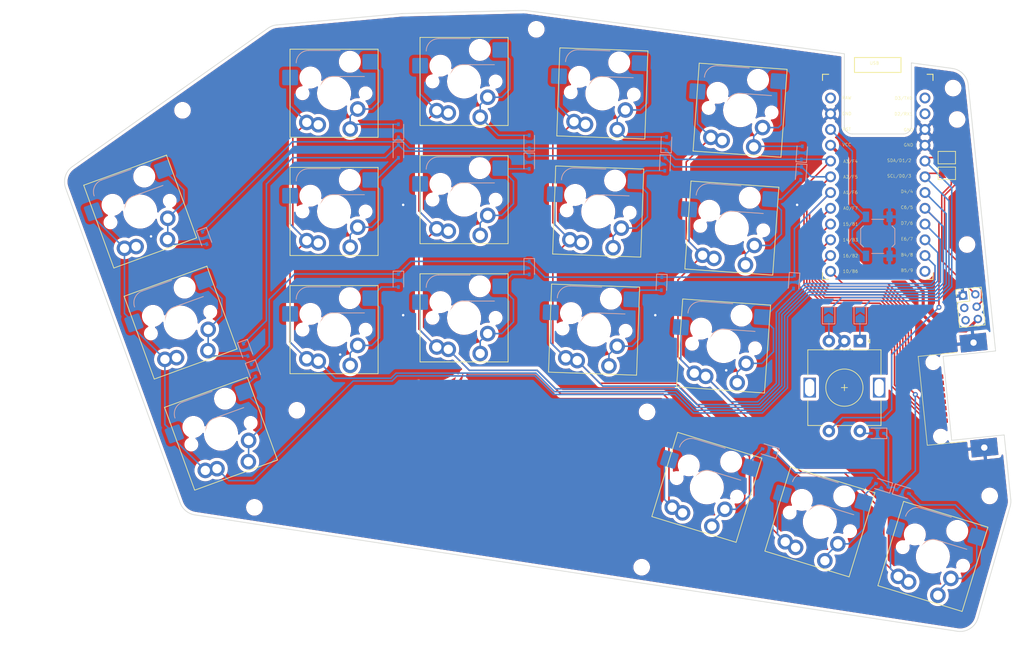
<source format=kicad_pcb>
(kicad_pcb (version 20221018) (generator pcbnew)
  (title_block (title "SEPOR-LEFT") (rev "v1.0.0") (company "Unknown"))
  (layers (0 "F.Cu" signal) (31 "B.Cu" signal) (34 "B.Paste" user) (35 "F.Paste" user) (36 "B.SilkS" user "B.Silkscreen") (37 "F.SilkS" user "F.Silkscreen") (38 "B.Mask" user) (39 "F.Mask" user) (44 "Edge.Cuts" user))
  (net 0 "")
  (net 1 "GND")
  (net 2 "row0")
  (net 3 "Net-(D1-Pad2)")
  (net 4 "Net-(D2-Pad2)")
  (net 5 "Net-(D3-Pad2)")
  (net 6 "Net-(D4-Pad2)")
  (net 7 "Net-(D5-Pad2)")
  (net 8 "row1")
  (net 9 "Net-(D6-Pad2)")
  (net 10 "Net-(D7-Pad2)")
  (net 11 "Net-(D8-Pad2)")
  (net 12 "Net-(D9-Pad2)")
  (net 13 "Net-(D10-Pad2)")
  (net 14 "row2")
  (net 15 "Net-(D11-Pad2)")
  (net 16 "Net-(D12-Pad2)")
  (net 17 "Net-(D13-Pad2)")
  (net 18 "Net-(D14-Pad2)")
  (net 19 "Net-(D15-Pad2)")
  (net 20 "row3")
  (net 21 "Net-(D16-Pad2)")
  (net 22 "VCC")
  (net 23 "Net-(D17-Pad2)")
  (net 24 "Net-(D18-Pad2)")
  (net 25 "ENC-A")
  (net 26 "ENC-B")
  (net 27 "col4")
  (net 28 "col5")
  (net 29 "col6")
  (net 30 "col7")
  (net 31 "col8")
  (net 32 "reset")
  (net 33 "col0")
  (net 34 "col1")
  (net 35 "col2")
  (net 36 "col3")
  (net 38 "Net-(D19-Pad2)")
  (net 42 "Net-(E19-PadA)")
  (net 43 "Net-(E19-PadB)")
  (net 44 "Net-(J2-Pad2)")
  (net 46 "Net-(J2-Pad4)")
  (footprint "MountingHole:MountingHole_2.2mm_M2" (layer "F.Cu") (at 307.599979 181.743447)
    (fp_text reference "H6" hide)
    (fp_text value "MountingHole")
  )
  (footprint "Rotary_Encoder:RotaryEncoder_Alps_EC11E-Switch_Vertical_H20mm" (layer "F.Cu") (at 286.685451 156.786618 -90)
    (fp_text reference "E19" hide)
    (fp_text value "RotaryEncoder_Switch")
  )
  (footprint "MountingHole:MountingHole_2.2mm_M2" (layer "F.Cu") (at 195.93 167.94)
    (fp_text reference "H9" hide)
    (fp_text value "MountingHole")
  )
  (footprint "SEPOR-footprints:SEPOR-LOGO" (layer "F.Cu") (at 218.145451 175.466618)
    (fp_text reference "G***" hide)
    (fp_text value "LOGO" hide)
  )
  (footprint "Connector_PinHeader_2.00mm:PinHeader_2x03_P2.00mm_Vertical" (layer "F.Cu") (at 303.30681 149.448959 5.85)
    (fp_text reference "J2" hide)
    (fp_text value "Conn_01x06_Male")
  )
  (footprint "SEPR34-footprints:SEPOR-MX-KS27-HOTSWAP-1U" (layer "F.Cu") (at 222.885 114.935)
    (fp_text reference "S3" hide)
    (fp_text value "SWITCH")
  )
  (footprint "Jumper:SolderJumper-2_P1.3mm_Open_TrianglePad1.0x1.5mm" (layer "F.Cu") (at 300.695451 127.206618 180)
    (fp_text reference "JP2" hide)
    (fp_text value "SolderJumper_2_Open")
  )
  (footprint "MountingHole:MountingHole_2.2mm_M2" (layer "F.Cu") (at 303.952047 141.22231)
    (fp_text reference "H5" hide)
    (fp_text value "MountingHole")
  )
  (footprint "SEPR34-footprints:SEPOR-MX-KS27-HOTSWAP-1U" (layer "F.Cu") (at 177.190885 153.808009 20)
    (fp_text reference "S6" hide)
    (fp_text value "SWITCH")
  )
  (footprint "SEPR34-footprints:SEPOR-MX-KS27-HOTSWAP-1U" (layer "F.Cu") (at 222.885 133.985)
    (fp_text reference "S8" hide)
    (fp_text value "SWITCH")
  )
  (footprint "SEPOR-footprints:SEPOR-RJ45-SOCKET" (layer "F.Cu") (at 303.884657 165.691749 95.85)
    (fp_text reference "J1" hide)
    (fp_text value "8P8C")
    (fp_line (start -9.8 5.39) (end -6.8 5.39) (stroke (width 0.1)) (layer "Edge.Cuts"))
    (fp_line (start -6.8 -3.11) (end -6.8 5.39) (stroke (width 0.1)) (layer "Edge.Cuts"))
    (fp_line (start -6.8 -3.11) (end 6.8 -3.11) (stroke (width 0.1)) (layer "Edge.Cuts"))
    (fp_line (start 6.8 -3.11) (end 6.8 5.39) (stroke (width 0.1)) (layer "Edge.Cuts"))
    (fp_line (start 6.8 5.39) (end 9.8 5.39) (stroke (width 0.1)) (layer "Edge.Cuts"))
  )
  (footprint "MountingHole:MountingHole_2.2mm_M2" (layer "F.Cu") (at 234.523622 106.535377)
    (fp_text reference "H2" hide)
    (fp_text value "MountingHole")
  )
  (footprint "MountingHole:MountingHole_2.2mm_M2" (layer "F.Cu") (at 189.092324 183.583137)
    (fp_text reference "H10" hide)
    (fp_text value "MountingHole")
  )
  (footprint "SEPR34-footprints:SEPOR-MX-KS27-HOTSWAP-1U" (layer "F.Cu") (at 201.93 154.94)
    (fp_text reference "S12" hide)
    (fp_text value "SWITCH")
  )
  (footprint "SEPR34-footprints:SEPOR-MX-KS27-HOTSWAP-1U" (layer "F.Cu") (at 266.044613 138.571564 -4)
    (fp_text reference "S10" hide)
    (fp_text value "SWITCH")
  )
  (footprint "SEPR34-footprints:SEPOR-MX-KS27-HOTSWAP-1U" (layer "F.Cu") (at 201.93 135.89)
    (fp_text reference "S7" hide)
    (fp_text value "SWITCH")
  )
  (footprint "MountingHole:MountingHole_2.2mm_M2" (layer "F.Cu") (at 252.382569 168.196207)
    (fp_text reference "H8" hide)
    (fp_text value "MountingHole")
  )
  (footprint "SEPR34-footprints:SEPOR-MX-KS27-HOTSWAP-1U" (layer "F.Cu") (at 280.231715 185.924431 -17)
    (fp_text reference "S17" hide)
    (fp_text value "SWITCH")
  )
  (footprint "SEPR34-footprints:SEPOR-MX-KS27-HOTSWAP-1U" (layer "F.Cu") (at 262.01411 180.35475 -17)
    (fp_text reference "S16" hide)
    (fp_text value "SWITCH")
  )
  (footprint "SEPR34-footprints:SEPOR-MX-KS27-HOTSWAP-1U" (layer "F.Cu") (at 244.504836 135.901605 -2)
    (fp_text reference "S9" hide)
    (fp_text value "SWITCH")
  )
  (footprint "SEPR34-footprints:SEPOR-MX-KS27-HOTSWAP-1U" (layer "F.Cu") (at 183.706369 171.709153 20)
    (fp_text reference "S11" hide)
    (fp_text value "SWITCH")
  )
  (footprint "SEPR34-footprints:ProMicro" (layer "F.Cu") (at 289.56 132.08)
    (fp_text reference "U1" hide)
    (fp_text value "ProMicro")
  )
  (footprint "SEPR34-footprints:SEPOR-MX-KS27-HOTSWAP-1U" (layer "F.Cu") (at 267.373473 119.567969 -4)
    (fp_text reference "S5" hide)
    (fp_text value "SWITCH")
  )
  (footprint "SEPR34-footprints:SEPOR-MX-KS27-HOTSWAP-1U" (layer "F.Cu") (at 201.93 116.84)
    (fp_text reference "S2" hide)
    (fp_text value "SWITCH")
  )
  (footprint "Jumper:SolderJumper-2_P1.3mm_Open_TrianglePad1.0x1.5mm" (layer "F.Cu") (at 300.695451 129.746618 180)
    (fp_text reference "JP1" hide)
    (fp_text value "SolderJumper_2_Open")
  )
  (footprint "SEPR34-footprints:SEPOR-MX-KS27-HOTSWAP-1U" (layer "F.Cu") (at 243.84 154.94 -2)
    (fp_text reference "S14" hide)
    (fp_text value "SWITCH")
  )
  (footprint "MountingHole:MountingHole_2.2mm_M2" (layer "F.Cu") (at 302.354484 121.061759)
    (fp_text reference "H4" hide)
    (fp_text value "MountingHole")
  )
  (footprint "MountingHole:MountingHole_2.2mm_M2" (layer "F.Cu") (at 251.508337 193.230947)
    (fp_text reference "H7" hide)
    (fp_text value "MountingHole")
  )
  (footprint "SEPR34-footprints:SEPOR-MX-KS27-HOTSWAP-1U" (layer "F.Cu") (at 222.885 153.035)
    (fp_text reference "S13" hide)
    (fp_text value "SWITCH")
  )
  (footprint "SEPR34-footprints:SEPOR-MX-KS27-HOTSWAP-1U" (layer "F.Cu") (at 245.169671 116.86321 -2)
    (fp_text reference "S4" hide)
    (fp_text value "SWITCH")
  )
  (footprint "SEPR34-footprints:SEPOR-MX-KS27-HOTSWAP-1U" (layer "F.Cu") (at 264.715752 157.575159 -4)
    (fp_text reference "S15" hide)
    (fp_text value "SWITCH")
  )
  (footprint "SEPR34-footprints:SEPOR-MX-KS27-HOTSWAP-1U" (layer "F.Cu") (at 170.675401 135.906864 20)
    (fp_text reference "S1" hide)
    (fp_text value "SWITCH")
  )
  (footprint "MountingHole:MountingHole_2.2mm_M2" (layer "F.Cu") (at 177.505451 119.586618)
    (fp_text reference "H1" hide)
    (fp_text value "MountingHole")
  )
  (footprint "MountingHole:MountingHole_2.2mm_M2" (layer "F.Cu") (at 301.705702 116.004183)
    (fp_text reference "H3" hide)
    (fp_text value "MountingHole")
  )
  (footprint "SEPR34-footprints:SEPOR-MX-KS27-HOTSWAP-1U" (layer "F.Cu") (at 298.449321 191.494111 -17)
    (fp_text reference "S18" hide)
    (fp_text value "SWITCH")
  )
  (footprint "Diode_SMD:D_SOD-323" (layer "B.Cu") (at 212.303451 126.190618 -90)
    (fp_text reference "D7" hide)
    (fp_text value "1N4148")
  )
  (footprint "Diode_SMD:D_SOD-323" (layer "B.Cu") (at 271.993451 174.450618 163)
    (fp_text reference "D16" hide)
    (fp_text value "1N4148")
  )
  (footprint "Jumper:SolderJumper-2_P1.3mm_Open_TrianglePad1.0x1.5mm" (layer "B.Cu") (at 281.645451 152.606618 90)
    (fp_text reference "JP4" hide)
    (fp_text value "SolderJumper_2_Open")
  )
  (footprint "Diode_SMD:D_SOD-323" (layer "B.Cu") (at 254.721451 147.526618 -92)
    (fp_text reference "D14" hide)
    (fp_text value "1N4148")
  )
  (footprint "Diode_SMD:D_SOD-323" (layer "B.Cu") (at 181.061451 140.160618 -70)
    (fp_text reference "D1" hide)
    (fp_text value "1N4148")
  )
  (footprint "Diode_SMD:D_SOD-323" (layer "B.Cu") (at 290.281451 180.038618 163)
    (fp_text reference "D17" hide)
    (fp_text value "1N4148")
  )
  (footprint "Diode_SMD:D_SOD-323" (layer "B.Cu") (at 212.303451 122.888618 90)
    (fp_text reference "D2" hide)
    (fp_text value "1N4148")
  )
  (footprint "Diode_SMD:D_SOD-323" (layer "B.Cu") (at 293.583451 181.054618 -17)
    (fp_text reference "D18" hide)
    (fp_text value "1N4148")
  )
  (footprint "Jumper:SolderJumper-2_P1.3mm_Open_TrianglePad1.0x1.5mm" (layer "B.Cu") (at 286.725451 152.606618 90)
    (fp_text reference "JP3" hide)
    (fp_text value "SolderJumper_2_Open")
  )
  (footprint "Diode_SMD:D_SOD-323" (layer "B.Cu") (at 255.483451 124.920618 88)
    (fp_text reference "D4" hide)
    (fp_text value "1N4148")
  )
  (footprint "Diode_SMD:D_SOD-323" (layer "B.Cu") (at 276.057451 147.272618 -94)
    (fp_text reference "D15" hide)
    (fp_text value "1N4148")
  )
  (footprint "Button_Switch_SMD:SW_SPST_TL3342" (layer "B.Cu") (at 289.56 139.906618 -90)
    (fp_text reference "RESET1" hide)
    (fp_text value "RESET" hide)
  )
  (footprint "Diode_SMD:D_SOD-323" (layer "B.Cu") (at 212.303451 147.018618 -90)
    (fp_text reference "D12" hide)
    (fp_text value "1N4148")
  )
  (footprint "Diode_SMD:D_SOD-323" (layer "B.Cu") (at 233.385451 144.986618 -90)
    (fp_text reference "D13" hide)
    (fp_text value "1N4148")
  )
  (footprint "Diode_SMD:D_SOD-323" (layer "B.Cu") (at 255.27 128.27 -92)
    (fp_text reference "D9" hide)
    (fp_text value "1N4148")
  )
  (footprint "Diode_SMD:D_SOD-323" (layer "B.Cu") (at 188.935451 161.496618 -70)
    (fp_text reference "D11" hide)
    (fp_text value "1N4148")
  )
  (footprint "Diode_SMD:D_SOD-323" (layer "B.Cu") (at 277.327451 126.444618 86)
    (fp_text reference "D5" hide)
    (fp_text value "1N4148")
  )
  (footprint "Diode_SMD:D_SOD-323" (layer "B.Cu") (at 187.665451 158.194618 -70)
    (fp_text reference "D6" hide)
    (fp_text value "1N4148")
  )
  (footprint "Diode_SMD:D_SOD-323" (layer "B.Cu") (at 233.385451 127.968618 -90)
    (fp_text reference "D8" hide)
    (fp_text value "1N4148")
  )
  (footprint "Diode_SMD:D_SOD-323" (layer "B.Cu") (at 289.519451 171.656618 180)
    (fp_text reference "D19" hide)
    (fp_text value "1N4148")
  )
  (footprint "Diode_SMD:D_SOD-323" (layer "B.Cu") (at 277.200451 129.746618 -94)
    (fp_text reference "D10" hide)
    (fp_text value "1N4148")
  )
  (footprint "Diode_SMD:D_SOD-323" (layer "B.Cu") (at 233.385451 124.666618 90)
    (fp_text reference "D3" hide)
    (fp_text value "1N4148")
  )
  (gr_line (start 284.185451 122.126618) (end 284.185451 110.472) (stroke (width 0.1)) (layer "Edge.Cuts"))
  (gr_arc (start 285.455451 123.396618) (mid 284.557425 123.024644) (end 284.185451 122.126618) (stroke (width 0.1)) (layer "Edge.Cuts"))
  (gr_line (start 294.980451 111.938) (end 301.570618 112.833181) (stroke (width 0.1)) (layer "Edge.Cuts"))
  (gr_arc (start 305.722543 201.418417) (mid 304.457181 203.11467) (end 302.38703 203.553863) (stroke (width 0.1)) (layer "Edge.Cuts"))
  (gr_line (start 304.151101 115.499642) (end 308.247727 155.393413) (stroke (width 0.1)) (layer "Edge.Cuts"))
  (gr_line (start 311.004869 182.291831) (end 310.245446 174.891339) (stroke (width 0.1)) (layer "Edge.Cuts"))
  (gr_arc (start 179.487768 184.794639) (mid 178.038806 184.149086) (end 177.121365 182.855048) (stroke (width 0.1)) (layer "Edge.Cuts"))
  (gr_line (start 192.732718 105.817026) (end 212.788687 103.993756) (stroke (width 0.1)) (layer "Edge.Cuts"))
  (gr_arc (start 212.788688 103.993756) (mid 212.885092 103.986553) (end 212.981678 103.982466) (stroke (width 0.1)) (layer "Edge.Cuts"))
  (gr_line (start 310.903378 183.428268) (end 305.722543 201.418417) (stroke (width 0.1)) (layer "Edge.Cuts"))
  (gr_arc (start 191.271945 106.355449) (mid 191.96677 105.989756) (end 192.732718 105.817026) (stroke (width 0.1)) (layer "Edge.Cuts"))
  (gr_arc (start 311.004869 182.291831) (mid 311.008587 182.864913) (end 310.903378 183.428268) (stroke (width 0.1)) (layer "Edge.Cuts"))
  (gr_line (start 294.980451 122.126618) (end 294.980451 111.938) (stroke (width 0.1)) (layer "Edge.Cuts"))
  (gr_line (start 232.869709 103.500033) (end 284.185451 110.472) (stroke (width 0.1)) (layer "Edge.Cuts"))
  (gr_arc (start 158.658835 132.129662) (mid 158.614864 130.208354) (end 159.745533 128.654345) (stroke (width 0.1)) (layer "Edge.Cuts"))
  (gr_line (start 285.455451 123.396618) (end 293.710451 123.396618) (stroke (width 0.1)) (layer "Edge.Cuts"))
  (gr_arc (start 232.387246 103.473757) (mid 232.629005 103.477206) (end 232.869709 103.500033) (stroke (width 0.1)) (layer "Edge.Cuts"))
  (gr_line (start 302.38703 203.553863) (end 179.487769 184.794639) (stroke (width 0.1)) (layer "Edge.Cuts"))
  (gr_line (start 212.981678 103.982466) (end 232.387246 103.473757) (stroke (width 0.1)) (layer "Edge.Cuts"))
  (gr_line (start 159.745533 128.654345) (end 191.271945 106.355449) (stroke (width 0.1)) (layer "Edge.Cuts"))
  (gr_line (start 177.121365 182.855048) (end 158.658835 132.129663) (stroke (width 0.1)) (layer "Edge.Cuts"))
  (gr_arc (start 294.980451 122.126618) (mid 294.608467 123.024615) (end 293.710451 123.396618) (stroke (width 0.1)) (layer "Edge.Cuts"))
  (gr_arc (start 301.570618 112.833181) (mid 303.322532 113.719625) (end 304.151101 115.499642) (stroke (width 0.1)) (layer "Edge.Cuts"))
  (via (at 202.905451 158.956618) (size 0.8) (drill 0.4) (layers "F.Cu" "B.Cu") (net 1))
  (via (at 253.705451 152.606618) (size 0.8) (drill 0.4) (layers "F.Cu" "B.Cu") (net 1))
  (via (at 213.065451 134.826618) (size 0.8) (drill 0.4) (layers "F.Cu" "B.Cu") (net 1))
  (via (at 276.565451 134.826618) (size 0.8) (drill 0.4) (layers "F.Cu" "B.Cu") (net 1))
  (via (at 213.065451 152.606618) (size 0.8) (drill 0.4) (layers "F.Cu" "B.Cu") (net 1))
  (via (at 265.135451 161.496618) (size 0.8) (drill 0.4) (layers "F.Cu" "B.Cu") (net 1))
  (via (at 172.425451 139.906618) (size 0.8) (drill 0.4) (layers "F.Cu" "B.Cu") (net 1))
  (segment (start 280.637911 150.676618) (end 289.875451 150.676618) (width 0.25) (layer "F.Cu") (net 2))
  (segment (start 297.511741 169.743606) (end 299.364098 169.743606) (width 0.25) (layer "F.Cu") (net 2))
  (segment (start 291.805451 164.037316) (end 297.511741 169.743606) (width 0.25) (layer "F.Cu") (net 2))
  (segment (start 291.805451 152.606618) (end 291.805451 164.037316) (width 0.25) (layer "F.Cu") (net 2))
  (segment (start 289.875451 150.676618) (end 291.805451 152.606618) (width 0.25) (layer "F.Cu") (net 2))
  (segment (start 277.675451 132.037949) (end 277.675451 147.714158) (width 0.25) (layer "F.Cu") (net 2))
  (segment (start 277.675451 147.714158) (end 280.637911 150.676618) (width 0.25) (layer "F.Cu") (net 2))
  (segment (start 281.9514 127.762) (end 277.675451 132.037949) (width 0.25) (layer "F.Cu") (net 2))
  (segment (start 214.081451 125.716618) (end 233.385451 125.716618) (width 0.25) (layer "B.Cu") (net 2))
  (segment (start 256.968889 127.49206) (end 277.254207 127.49206) (width 0.25) (layer "B.Cu") (net 2))
  (segment (start 255.446807 125.969978) (end 256.968889 127.49206) (width 0.25) (layer "B.Cu") (net 2))
  (segment (start 211.575451 124.666618) (end 212.303451 123.938618) (width 0.25) (layer "B.Cu") (net 2))
  (segment (start 277.254207 127.49206) (end 281.68146 127.49206) (width 0.25) (layer "B.Cu") (net 2))
  (segment (start 255.193447 125.716618) (end 255.446807 125.969978) (width 0.25) (layer "B.Cu") (net 2))
  (segment (start 281.68146 127.49206) (end 281.9514 127.762) (width 0.25) (layer "B.Cu") (net 2))
  (segment (start 195.209653 124.666618) (end 211.575451 124.666618) (width 0.25) (layer "B.Cu") (net 2))
  (segment (start 180.70233 139.173941) (end 195.209653 124.666618) (width 0.25) (layer "B.Cu") (net 2))
  (segment (start 233.385451 125.716618) (end 255.193447 125.716618) (width 0.25) (layer "B.Cu") (net 2))
  (segment (start 212.303451 123.938618) (end 214.081451 125.716618) (width 0.25) (layer "B.Cu") (net 2))
  (segment (start 175.124361 140.381701) (end 175.085218 140.420844) (width 0.25) (layer "B.Cu") (net 3))
  (segment (start 175.124361 136.990587) (end 175.124361 140.381701) (width 0.25) (layer "B.Cu") (net 3))
  (segment (start 175.840992 141.176618) (end 175.085218 140.420844) (width 0.25) (layer "B.Cu") (net 3))
  (segment (start 177.734575 132.442096) (end 174.427623 129.135144) (width 0.25) (layer "B.Cu") (net 3))
  (segment (start 175.124361 136.990587) (end 177.734575 134.380373) (width 0.25) (layer "B.Cu") (net 3))
  (segment (start 181.420572 141.147295) (end 181.391249 141.176618) (width 0.25) (layer "B.Cu") (net 3))
  (segment (start 181.391249 141.176618) (end 175.840992 141.176618) (width 0.25) (layer "B.Cu") (net 3))
  (segment (start 177.734575 134.380373) (end 177.734575 132.442096) (width 0.25) (layer "B.Cu") (net 3))
  (segment (start 205.652069 119.38) (end 204.53 120.502069) (width 0.25) (layer "B.Cu") (net 4))
  (segment (start 204.53 120.502069) (end 204.53 122.59) (width 0.25) (layer "B.Cu") (net 4))
  (segment (start 205.74 119.38) (end 208.005536 119.38) (width 0.25) (layer "B.Cu") (net 4))
  (segment (start 209.255451 113.243451) (end 207.772 111.76) (width 0.25) (layer "B.Cu") (net 4))
  (segment (start 205.74 119.38) (end 205.652069 119.38) (width 0.25) (layer "B.Cu") (net 4))
  (segment (start 208.005536 119.38) (end 209.255451 118.130085) (width 0.25) (layer "B.Cu") (net 4))
  (segment (start 205.281382 121.838618) (end 204.53 122.59) (width 0.25) (layer "B.Cu") (net 4))
  (segment (start 209.255451 118.130085) (end 209.255451 113.243451) (width 0.25) (layer "B.Cu") (net 4))
  (segment (start 212.303451 121.838618) (end 205.281382 121.838618) (width 0.25) (layer "B.Cu") (net 4))
  (segment (start 225.485 118.685) (end 225.485 120.685) (width 0.25) (layer "B.Cu") (net 5))
  (segment (start 225.485 120.685) (end 228.416618 123.616618) (width 0.25) (layer "B.Cu") (net 5))
  (segment (start 228.960536 117.475) (end 230.250535 116.185001) (width 0.25) (layer "B.Cu") (net 5))
  (segment (start 226.695 117.475) (end 228.960536 117.475) (width 0.25) (layer "B.Cu") (net 5))
  (segment (start 230.250535 111.378535) (end 228.727 109.855) (width 0.25) (layer "B.Cu") (net 5))
  (segment (start 226.695 117.475) (end 225.485 118.685) (width 0.25) (layer "B.Cu") (net 5))
  (segment (start 228.416618 123.616618) (end 233.385451 123.616618) (width 0.25) (layer "B.Cu") (net 5))
  (segment (start 230.250535 116.185001) (end 230.250535 111.378535) (width 0.25) (layer "B.Cu") (net 5))
  (segment (start 248.738227 123.871258) (end 247.567415 122.700446) (width 0.25) (layer "B.Cu") (net 6))
  (segment (start 248.888705 119.53463) (end 247.567415 120.85592) (width 0.25) (layer "B.Cu") (net 6))
  (segment (start 255.520095 123.871258) (end 248.738227 123.871258) (width 0.25) (layer "B.Cu") (net 6))
  (segment (start 247.567415 120.85592) (end 247.567415 122.700446) (width 0.25) (layer "B.Cu") (net 6))
  (segment (start 248.888705 119.53463) (end 251.287981 119.53463) (width 0.25) (layer "B.Cu") (net 6))
  (segment (start 251.287981 119.53463) (end 252.435451 118.38716) (width 0.25) (layer "B.Cu") (net 6))
  (segment (start 252.435451 113.240236) (end 251.185402 111.990187) (width 0.25) (layer "B.Cu") (net 6))
  (segment (start 252.435451 118.38716) (end 252.435451 113.240236) (width 0.25) (layer "B.Cu") (net 6))
  (segment (start 270.997011 122.367554) (end 269.56604 123.798525) (width 0.25) (layer "B.Cu") (net 7))
  (segment (start 274.025451 121.873515) (end 274.025451 115.377707) (width 0.25) (layer "B.Cu") (net 7))
  (segment (start 274.025451 115.377707) (end 273.555605 114.907861) (width 0.25) (layer "B.Cu") (net 7))
  (segment (start 270.997011 122.367554) (end 273.531412 122.367554) (width 0.25) (layer "B.Cu") (net 7))
  (segment (start 269.56604 125.485329) (end 269.654193 125.397176) (width 0.25) (layer "B.Cu") (net 7))
  (segment (start 269.56604 123.798525) (end 269.56604 125.485329) (width 0.25) (layer "B.Cu") (net 7))
  (segment (start 273.531412 122.367554) (end 274.025451 121.873515) (width 0.25) (layer "B.Cu") (net 7))
  (segment (start 269.654193 125.397176) (end 277.400695 125.397176) (width 0.25) (layer "B.Cu") (net 7))
  (segment (start 278.125451 134.127949) (end 278.125451 147.527762) (width 0.25) (layer "F.Cu") (net 8))
  (segment (start 278.125451 147.527762) (end 280.824307 150.226618) (width 0.25) (layer "F.Cu") (net 8))
  (segment (start 281.9514 130.302) (end 278.125451 134.127949) (width 0.25) (layer "F.Cu") (net 8))
  (segment (start 290.061847 150.226618) (end 292.255451 152.420222) (width 0.25) (layer "F.Cu") (net 8))
  (segment (start 297.133449 168.728918) (end 299.260135 168.728918) (width 0.25) (layer "F.Cu") (net 8))
  (segment (start 292.255451 163.85092) (end 297.133449 168.728918) (width 0.25) (layer "F.Cu") (net 8))
  (segment (start 280.824307 150.226618) (end 290.061847 150.226618) (width 0.25) (layer "F.Cu") (net 8))
  (segment (start 292.255451 152.420222) (end 292.255451 163.85092) (width 0.25) (layer "F.Cu") (net 8))
  (segment (start 277.273695 128.699176) (end 278.876519 130.302) (width 0.25) (layer "B.Cu") (net 8))
  (segment (start 191.025451 131.466618) (end 195.272069 127.22) (width 0.25) (layer "B.Cu") (net 8))
  (segment (start 195.272069 127.22) (end 210.224069 127.22) (width 0.25) (layer "B.Cu") (net 8))
  (segment (start 210.224069 127.22) (end 212.303451 125.140618) (width 0.25) (layer "B.Cu") (net 8))
  (segment (start 278.876519 130.302) (end 281.9514 130.302) (width 0.25) (layer "B.Cu") (net 8))
  (segment (start 233.385451 126.918618) (end 255.004622 126.918618) (width 0.25) (layer "B.Cu") (net 8))
  (segment (start 212.303451 125.140618) (end 213.329451 126.166618) (width 0.25) (layer "B.Cu") (net 8))
  (segment (start 255.004622 126.918618) (end 255.306644 127.22064) (width 0.25) (layer "B.Cu") (net 8))
  (segment (start 232.633451 126.166618) (end 233.385451 126.918618) (width 0.25) (layer "B.Cu") (net 8))
  (segment (start 191.025451 153.48882) (end 191.025451 131.466618) (width 0.25) (layer "B.Cu") (net 8))
  (segment (start 255.306644 127.22064) (end 256.78518 128.699176) (width 0.25) (layer "B.Cu") (net 8))
  (segment (start 213.329451 126.166618) (end 232.633451 126.166618) (width 0.25) (layer "B.Cu") (net 8))
  (segment (start 187.30633 157.207941) (end 191.025451 153.48882) (width 0.25) (layer "B.Cu") (net 8))
  (segment (start 256.78518 128.699176) (end 277.273695 128.699176) (width 0.25) (layer "B.Cu") (net 8))
  (segment (start 183.855451 149.948633) (end 180.943107 147.036289) (width 0.25) (layer "B.Cu") (net 9))
  (segment (start 181.639845 154.891732) (end 181.639845 158.282846) (width 0.25) (layer "B.Cu") (net 9))
  (segment (start 181.600702 158.321989) (end 182.460008 159.181295) (width 0.25) (layer "B.Cu") (net 9))
  (segment (start 181.639845 158.282846) (end 181.600702 158.321989) (width 0.25) (layer "B.Cu") (net 9))
  (segment (start 182.460008 159.181295) (end 188.024572 159.181295) (width 0.25) (layer "B.Cu") (net 9))
  (segment (start 183.855451 152.676126) (end 183.855451 149.948633) (width 0.25) (layer "B.Cu") (net 9))
  (segment (start 181.639845 154.891732) (end 183.855451 152.676126) (width 0.25) (layer "B.Cu") (net 9))
  (segment (start 205.74 138.43) (end 204.53 139.64) (width 0.25) (layer "B.Cu") (net 10))
  (segment (start 208.734069 130.81) (end 212.337451 127.206618) (width 0.25) (layer "B.Cu") (net 10))
  (segment (start 207.772 130.81) (end 208.734069 130.81) (width 0.25) (layer "B.Cu") (net 10))
  (segment (start 208.005536 138.43) (end 209.255451 137.180085) (width 0.25) (layer "B.Cu") (net 10))
  (segment (start 209.255451 132.293451) (end 207.772 130.81) (width 0.25) (layer "B.Cu") (net 10))
  (segment (start 204.53 139.64) (end 204.53 141.64) (width 0.25) (layer "B.Cu") (net 10))
  (segment (start 209.255451 137.180085) (end 209.255451 132.293451) (width 0.25) (layer "B.Cu") (net 10))
  (segment (start 205.74 138.43) (end 208.005536 138.43) (width 0.25) (layer "B.Cu") (net 10))
  (segment (start 228.727 128.905) (end 228.840618 129.018618) (width 0.25) (layer "B.Cu") (net 11))
  (segment (start 225.485 137.735) (end 225.485 139.735) (width 0.25) (layer "B.Cu") (net 11))
  (segment (start 228.960536 136.525) (end 230.845451 134.640085) (width 0.25) (layer "B.Cu") (net 11))
  (segment (start 228.840618 129.018618) (end 233.385451 129.018618) (width 0.25) (layer "B.Cu") (net 11))
  (segment (start 226.695 136.525) (end 225.485 137.735) (width 0.25) (layer "B.Cu") (net 11))
  (segment (start 226.695 136.525) (end 228.960536 136.525) (width 0.25) (layer "B.Cu") (net 11))
  (segment (start 230.845451 131.023451) (end 228.727 128.905) (width 0.25) (layer "B.Cu") (net 11))
  (segment (start 230.845451 134.640085) (end 230.845451 131.023451) (width 0.25) (layer "B.Cu") (net 11))
  (segment (start 252.435451 132.943466) (end 250.520567 131.028582) (width 0.25) (layer "B.Cu") (net 12))
  (segment (start 252.229789 129.31936) (end 255.233356 129.31936) (width 0.25) (layer "B.Cu") (net 12))
  (segment (start 250.623146 138.573025) (end 252.435451 136.76072) (width 0.25) (layer "B.Cu") (net 12))
  (segment (start 246.90258 139.894315) (end 246.90258 141.738841) (width 0.25) (layer "B.Cu") (net 12))
  (segment (start 248.22387 138.573025) (end 250.623146 138.573025) (width 0.25) (layer "B.Cu") (net 12))
  (segment (start 250.520567 131.028582) (end 252.229789 129.31936) (width 0.25) (layer "B.Cu") (net 12))
  (segment (start 248.22387 138.573025) (end 246.90258 139.894315) (width 0.25) (layer "B.Cu") (net 12))
  (segment (start 252.435451 136.76072) (end 252.435451 132.943466) (width 0.25) (layer "B.Cu") (net 12))
  (segment (start 274.025451 139.54825) (end 274.025451 135.710162) (width 0.25) (layer "B.Cu") (net 13))
  (segment (start 272.202552 141.371149) (end 274.025451 139.54825) (width 0.25) (layer "B.Cu") (net 13))
  (segment (start 277.127207 130.79406) (end 274.009811 133.911456) (width 0.25) (layer "B.Cu") (net 13))
  (segment (start 274.025451 135.710162) (end 272.226745 133.911456) (width 0.25) (layer "B.Cu") (net 13))
  (segment (start 269.668151 141.371149) (end 268.23718 142.80212) (width 0.25) (layer "B.Cu") (net 13))
  (segment (start 269.668151 141.371149) (end 272.202552 141.371149) (width 0.25) (layer "B.Cu") (net 13))
  (segment (start 268.23718 142.80212) (end 268.23718 144.488924) (width 0.25) (layer "B.Cu") (net 13))
  (segment (start 274.009811 133.911456) (end 272.226745 133.911456) (width 0.25) (layer "B.Cu") (net 13))
  (segment (start 278.575451 136.217949) (end 278.575451 147.341366) (width 0.25) (layer "F.Cu") (net 14))
  (segment (start 290.248243 149.776618) (end 292.705451 152.233826) (width 0.25) (layer "F.Cu") (net 14))
  (segment (start 281.010703 149.776618) (end 290.248243 149.776618) (width 0.25) (layer "F.Cu") (net 14))
  (segment (start 292.705451 152.233826) (end 292.705451 163.664524) (width 0.25) (layer "F.Cu") (net 14))
  (segment (start 296.755157 167.71423) (end 299.156172 167.71423) (width 0.25) (layer "F.Cu") (net 14))
  (segment (start 278.575451 147.341366) (end 281.010703 149.776618) (width 0.25) (layer "F.Cu") (net 14))
  (segment (start 281.9514 132.842) (end 278.575451 136.217949) (width 0.25) (layer "F.Cu") (net 14))
  (segment (start 292.705451 163.664524) (end 296.755157 167.71423) (width 0.25) (layer "F.Cu") (net 14))
  (segment (start 254.758095 146.477258) (end 275.878613 146.477258) (width 0.25) (layer "B.Cu") (net 14))
  (segment (start 235.926091 146.477258) (end 254.758095 146.477258) (width 0.25) (layer "B.Cu") (net 14))
  (segment (start 212.303451 145.968618) (end 214.335451 143.936618) (width 0.25) (layer "B.Cu") (net 14))
  (segment (start 276.130695 146.225176) (end 276.130695 138.662705) (width 0.25) (layer "B.Cu") (net 14))
  (segment (start 191.475451 150.066618) (end 195.573451 145.968618) (width 0.25) (layer "B.Cu") (net 14))
  (segment (start 195.573451 145.968618) (end 212.303451 145.968618) (width 0.25) (layer "B.Cu") (net 14))
  (segment (start 188.57633 160.509941) (end 191.475451 157.61082) (width 0.25) (layer "B.Cu") (net 14))
  (segment (start 233.385451 143.936618) (end 235.926091 146.477258) (width 0.25) (layer "B.Cu") (net 14))
  (segment (start 276.130695 138.662705) (end 281.9514 132.842) (width 0.25) (layer "B.Cu") (net 14))
  (segment (start 275.878613 146.477258) (end 276.130695 146.225176) (width 0.25) (layer "B.Cu") (net 14))
  (segment (start 191.475451 157.61082) (end 191.475451 150.066618) (width 0.25) (layer "B.Cu") (net 14))
  (segment (start 214.335451 143.936618) (end 233.385451 143.936618) (width 0.25) (layer "B.Cu") (net 14))
  (segment (start 188.155329 172.792876) (end 188.155329 176.18399) (width 0.25) (layer "B.Cu") (net 15))
  (segment (start 187.458591 164.937433) (end 187.458591 164.319276) (width 0.25) (layer "B.Cu") (net 15))
  (segment (start 188.155329 176.18399) (end 188.116186 176.223133) (width 0.25) (layer "B.Cu") (net 15))
  (segment (start 187.458591 164.319276) (end 189.294572 162.483295) (width 0.25) (layer "B.Cu") (net 15))
  (segment (start 188.155329 172.792876) (end 190.205451 170.742754) (width 0.25) (layer "B.Cu") (net 15))
  (segment (start 190.205451 170.742754) (end 190.205451 167.684293) (width 0.25) (layer "B.Cu") (net 15))
  (segment (start 190.205451 167.684293) (end 187.458591 164.937433) (width 0.25) (layer "B.Cu") (net 15))
  (segment (start 209.563382 148.068618) (end 212.303451 148.068618) (width 0.25) (layer "B.Cu") (net 16))
  (segment (start 205.74 157.48) (end 204.53 158.69) (width 0.25) (layer "B.Cu") (net 16))
  (segment (start 204.53 158.69) (end 204.53 160.69) (width 0.25) (layer "B.Cu") (net 16))
  (segment (start 209.255451 151.343451) (end 207.772 149.86) (width 0.25) (layer "B.Cu") (net 16))
  (segment (start 205.74 157.48) (end 208.005536 157.48) (width 0.25) (layer "B.Cu") (net 16))
  (segment (start 207.772 149.86) (end 209.563382 148.068618) (width 0.25) (layer "B.Cu") (net 16))
  (segment (start 209.255451 156.230085) (end 209.255451 151.343451) (width 0.25) (layer "B.Cu") (net 16))
  (segment (start 208.005536 157.48) (end 209.255451 156.230085) (width 0.25) (layer "B.Cu") (net 16))
  (segment (start 226.695 155.575) (end 228.960536 155.575) (width 0.25) (layer "B.Cu") (net 17))
  (segment (start 225.485 156.785) (end 225.485 158.785) (width 0.25) (layer "B.Cu") (net 17))
  (segment (start 230.845451 153.690085) (end 230.845451 150.073451) (width 0.25) (layer "B.Cu") (net 17))
  (segment (start 230.845451 150.073451) (end 228.727 147.955) (width 0.25) (layer "B.Cu") (net 17))
  (segment (start 226.695 155.575) (end 225.485 156.785) (width 0.25) (layer "B.Cu") (net 17))
  (segment (start 230.645382 146.036618) (end 228.727 147.955) (width 0.25) (layer "B.Cu") (net 17))
  (segment (start 233.385451 146.036618) (end 230.645382 146.036618) (width 0.25) (layer "B.Cu") (net 17))
  (segment (start 228.960536 155.575) (end 230.845451 153.690085) (width 0.25) (layer "B.Cu") (net 17))
  (segment (start 249.855731 150.066977) (end 251.34673 148.575978) (width 0.25) (layer "B.Cu") (net 18))
  (segment (start 247.559034 157.61142) (end 246.237744 158.93271) (width 0.25) (layer "B.Cu") (net 18))
  (segment (start 251.34673 148.575978) (end 254.684807 148.575978) (width 0.25) (layer "B.Cu") (net 18))
  (segment (start 249.970649 157.61142) (end 251.165451 156.416618) (width 0.25) (layer "B.Cu") (net 18))
  (segment (start 247.559034 157.61142) (end 249.970649 157.61142) (width 0.25) (layer "B.Cu") (net 18))
  (segment (start 251.165451 156.416618) (end 251.165451 151.376697) (width 0.25) (layer "B.Cu") (net 18))
  (segment (start 246.237744 158.93271) (end 246.237744 160.777236) (width 0.25) (layer "B.Cu") (net 18))
  (segment (start 251.165451 151.376697) (end 249.855731 150.066977) (width 0.25) (layer "B.Cu") (net 18))
  (segment (start 270.897884 152.915051) (end 271.389216 152.915051) (width 0.25) (layer "B.Cu") (net 19))
  (segment (start 266.908319 163.492519) (end 266.908319 161.805715) (width 0.25) (layer "B.Cu") (net 19))
  (segment (start 272.755451 154.772618) (end 270.897884 152.915051) (width 0.25) (layer "B.Cu") (net 19))
  (segment (start 270.873691 160.374744) (end 272.755451 158.492984) (width 0.25) (layer "B.Cu") (net 19))
  (segment (start 272.755451 158.492984) (end 272.755451 154.772618) (width 0.25) (layer "B.Cu") (net 19))
  (segment (start 266.908319 161.805715) (end 268.33929 160.374744) (width 0.25) (layer "B.Cu") (net 19))
  (segment (start 271.389216 152.915051) (end 275.984207 148.32006) (width 0.25) (layer "B.Cu") (net 19))
  (segment (start 268.33929 160.374744) (end 270.873691 160.374744) (width 0.25) (layer "B.Cu") (net 19))
  (segment (start 295.615451 165.386945) (end 296.928048 166.699542) (width 0.25) (layer "F.Cu") (net 20))
  (segment (start 296.928048 166.699542) (end 299.052209 166.699542) (width 0.25) (layer "F.Cu") (net 20))
  (segment (start 293.155451 152.04743) (end 290.434639 149.326618) (width 0.25) (layer "F.Cu") (net 20))
  (segment (start 279.025451 138.307949) (end 281.9514 135.382) (width 0.25) (layer "F.Cu") (net 20))
  (segment (start 293.155451 162.926945) (end 293.155451 152.04743) (width 0.25) (layer "F.Cu") (net 20))
  (segment (start 281.197099 149.326618) (end 279.025451 147.15497) (width 0.25) (layer "F.Cu") (net 20))
  (segment (start 295.615451 165.386945) (end 293.155451 162.926945) (width 0.25) (layer "F.Cu") (net 20))
  (segment (start 279.025451 147.15497) (end 279.025451 138.307949) (width 0.25) (layer "F.Cu") (net 20))
  (segment (start 290.434639 149.326618) (end 281.197099 149.326618) (width 0.25) (layer "F.Cu") (net 20))
  (via (at 295.615451 165.386945) (size 0.8) (drill 0.4) (layers "F.Cu" "B.Cu") (net 20))
  (segment (start 276.246581 178.006618) (end 288.946581 178.006618) (width 0.25) (layer "B.Cu") (net 20))
  (segment (start 295.615451 165.386945) (end 295.615451 177.711508) (width 0.25) (layer "B.Cu") (net 20))
  (segment (start 290.569451 171.656618) (end 291.285571 172.372738) (width 0.25) (layer "B.Cu") (net 20))
  (segment (start 291.285571 180.345608) (end 292.177311 180.345608) (width 0.25) (layer "B.Cu") (net 20))
  (segment (start 292.177311 180.345608) (end 292.579331 180.747628) (width 0.25) (layer "B.Cu") (net 20))
  (segment (start 295.615451 177.711508) (end 292.579331 180.747628) (width 0.25) (layer "B.Cu") (net 20))
  (segment (start 272.997571 174.757608) (end 276.246581 178.006618) (width 0.25) (layer "B.Cu") (net 20))
  (segment (start 288.946581 178.006618) (end 291.285571 180.345608) (width 0.25) (layer "B.Cu") (net 20))
  (segment (start 291.285571 172.372738) (end 291.285571 180.345608) (width 0.25) (layer "B.Cu") (net 20))
  (segment (start 269.086091 177.204757) (end 269.086091 176.046868) (width 0.25) (layer "B.Cu") (net 21))
  (segment (start 264.915007 183.8977) (end 266.682773 183.8977) (width 0.25) (layer "B.Cu") (net 21))
  (segment (start 266.682773 183.8977) (end 269.086091 181.494382) (width 0.25) (layer "B.Cu") (net 21))
  (segment (start 269.086091 176.046868) (end 270.989331 174.143628) (width 0.25) (layer "B.Cu") (net 21))
  (segment (start 262.819365 185.993342) (end 262.819365 186.613669) (width 0.25) (layer "B.Cu") (net 21))
  (segment (start 264.915007 183.8977) (end 262.819365 185.993342) (width 0.25) (layer "B.Cu") (net 21))
  (segment (start 269.086091 181.494382) (end 269.086091 177.204757) (width 0.25) (layer "B.Cu") (net 21))
  (segment (start 294.345451 146.256618) (end 296.885451 148.796618) (width 0.5) (layer "F.Cu") (net 22))
  (segment (start 296.885451 148.796618) (end 296.885451 152.606618) (width 0.5) (layer "F.Cu") (net 22))
  (segment (start 296.885451 152.606618) (end 299.425451 155.146618) (width 0.5) (layer "F.Cu") (net 22))
  (segment (start 287.995451 146.256618) (end 294.345451 146.256618) (width 0.5) (layer "F.Cu") (net 22))
  (segment (start 284.185451 127.456051) (end 284.185451 142.446618) (width 0.5) (layer "F.Cu") (net 22))
  (segment (start 284.185451 142.446618) (end 287.995451 146.256618) (width 0.5) (layer "F.Cu") (net 22))
  (segment (start 299.425451 155.146618) (end 303.781753 155.146618) (width 0.5) (layer "F.Cu") (net 22))
  (segment (start 303.781753 155.146618) (end 305.704092 153.224279) (width 0.5) (layer "F.Cu") (net 22))
  (segment (start 281.9514 125.222) (end 284.185451 127.456051) (width 0.5) (layer "F.Cu") (net 22))
  (segment (start 283.132612 189.467381) (end 281.03697 191.563023) (width 0.25) (layer "B.Cu") (net 23))
  (segment (start 287.303696 187.064063) (end 287.303696 182.774438) (width 0.25) (layer "B.Cu") (net 23))
  (segment (start 289.277331 179.731628) (end 287.303696 181.705263) (width 0.25) (layer "B.Cu") (net 23))
  (segment (start 281.03697 191.563023) (end 281.03697 192.18335) (width 0.25) (layer "B.Cu") (net 23))
  (segment (start 287.303696 181.705263) (end 287.303696 182.774438) (width 0.25) (layer "B.Cu") (net 23))
  (segment (start 283.132612 189.467381) (end 284.900378 189.467381) (width 0.25) (layer "B.Cu") (net 23))
  (segment (start 284.900378 189.467381) (end 287.303696 187.064063) (width 0.25) (layer "B.Cu") (net 23))
  (segment (start 303.117984 195.037061) (end 305.521302 192.633743) (width 0.25) (layer "B.Cu") (net 24))
  (segment (start 305.521302 186.642469) (end 305.521302 188.344118) (width 0.25) (layer "B.Cu") (net 24))
  (segment (start 294.587571 181.361608) (end 296.412953 183.18699) (width 0.25) (layer "B.Cu") (net 24))
  (segment (start 296.412953 183.18699) (end 302.065823 183.18699) (width 0.25) (layer "B.Cu") (net 24))
  (segment (start 302.065823 183.18699) (end 305.521302 186.642469) (width 0.25) (layer "B.Cu") (net 24))
  (segment (start 301.350218 195.037061) (end 299.254576 197.132703) (width 0.25) (layer "B.Cu") (net 24))
  (segment (start 305.521302 192.633743) (end 305.521302 188.344118) (width 0.25) (layer "B.Cu") (net 24))
  (segment (start 301.350218 195.037061) (end 303.117984 195.037061) (width 0.25) (layer "B.Cu") (net 24))
  (segment (start 299.254576 197.132703) (end 299.254576 197.75303) (width 0.25) (layer "B.Cu") (net 24))
  (segment (start 299.970451 127.206618) (end 297.726782 127.206618) (width 0.25) (layer "F.Cu") (net 25))
  (segment (start 297.726782 127.206618) (end 297.1714 127.762) (width 0.25) (layer "F.Cu") (net 25))
  (segment (start 301.490451 148.009994) (end 299.227277 150.273168) (width 0.25) (layer "B.Cu") (net 25))
  (segment (start 288.333901 150.273168) (end 286.725451 151.881618) (width 0.25) (layer "B.Cu") (net 25))
  (segment (start 299.227277 150.273168) (end 288.333901 150.273168) (width 0.25) (layer "B.Cu") (net 25))
  (segment (start 301.490451 132.081051) (end 301.490451 148.009994) (width 0.25) (layer "B.Cu") (net 25))
  (segment (start 297.1714 127.762) (end 301.490451 132.081051) (width 0.25) (layer "B.Cu") (net 25))
  (segment (start 297.726782 129.746618) (end 297.1714 130.302) (width 0.25) (layer "F.Cu") (net 26))
  (segment (start 299.970451 129.746618) (end 297.726782 129.746618) (width 0.25) (layer "F.Cu") (net 26))
  (segment (start 297.1714 130.302) (end 301.040451 134.171051) (width 0.25) (layer "B.Cu") (net 26))
  (segment (start 283.750451 149.776618) (end 281.645451 151.881618) (width 0.25) (layer "B.Cu") (net 26))
  (segment (start 301.040451 134.171051) (end 301.040451 147.823598) (width 0.25) (layer "B.Cu") (net 26))
  (segment (start 301.040451 147.823598) (end 299.087431 149.776618) (width 0.25) (layer "B.Cu") (net 26))
  (segment (start 299.087431 149.776618) (end 283.750451 149.776618) (width 0.25) (layer "B.Cu") (net 26))
  (segment (start 257.362592 146.918071) (end 261.327476 142.953187) (width 0.25) (layer "F.Cu") (net 27))
  (segment (start 258.691453 127.914475) (end 262.656336 123.949592) (width 0.25) (layer "F.Cu") (net 27))
  (segment (start 284.185451 178.006618) (end 290.535451 184.356618) (width 0.25) (layer "F.Cu") (net 27))
  (segment (start 290.535451 192.370326) (end 292.867433 194.702308) (width 0.25) (layer "F.Cu") (net 27))
  (segment (start 261.827576 162.465603) (end 277.368591 178.006618) (width 0.25) (layer "F.Cu") (net 27))
  (segment (start 258.691453 140.317164) (end 258.691453 127.914475) (width 0.25) (layer "F.Cu") (net 27))
  (segment (start 259.998615 161.956782) (end 257.362592 159.320759) (width 0.25) (layer "F.Cu") (net 27))
  (segment (start 277.368591 178.006618) (end 284.185451 178.006618) (width 0.25) (layer "F.Cu") (net 27))
  (segment (start 290.535451 184.356618) (end 290.535451 192.370326) (width 0.25) (layer "F.Cu") (net 27))
  (segment (start 261.327476 142.953187) (end 258.691453 140.317164) (width 0.25) (layer "F.Cu") (net 27))
  (segment (start 257.362592 159.320759) (end 257.362592 146.918071) (width 0.25) (layer "F.Cu") (net 27))
  (segment (start 265.938591 166.576618) (end 270.209867 166.576618) (width 0.25) (layer "B.Cu") (net 27))
  (segment (start 298.155451 147.526618) (end 298.790451 146.891618) (width 0.25) (layer "B.Cu") (net 27))
  (segment (start 260.482913 121.776169) (end 260.482913 116.539932) (width 0.25) (layer "B.Cu") (net 27))
  (segment (start 292.867433 194.702308) (end 291.617434 193.452309) (width 0.25) (layer "B.Cu") (net 27))
  (segment (start 262.656336 123.949592) (end 260.482913 121.776169) (width 0.25) (layer "B.Cu") (net 27))
  (segment (start 261.327476 142.953187) (end 259.154053 140.779764) (width 0.25) (layer "B.Cu") (net 27))
  (segment (start 270.209867 166.576618) (end 273.205451 163.581034) (width 0.25) (layer "B.Cu") (net 27))
  (segment (start 298.790451 146.891618) (end 298.790451 144.621051) (width 0.25) (layer "B.Cu") (net 27))
  (segment (start 261.827576 162.465603) (end 265.938591 166.576618) (width 0.25) (layer "B.Cu") (net 27))
  (segment (start 259.998615 161.956782) (end 257.825192 159.783359) (width 0.25) (layer "B.Cu") (net 27))
  (segment (start 259.154053 140.779764) (end 259.154053 135.543527) (width 0.25) (layer "B.Cu") (net 27))
  (segment (start 291.617434 187.792735) (end 292.416526 186.993643) (width 0.25) (layer "B.Cu") (net 27))
  (segment (start 273.205451 152.156618) (end 277.835451 147.526618) (width 0.25) (layer "B.Cu") (net 27))
  (segment (start 277.835451 147.526618) (end 298.155451 147.526618) (width 0.25) (layer "B.Cu") (net 27))
  (segment (start 298.790451 144.621051) (end 297.1714 143.002) (width 0.25) (layer "B.Cu") (net 27))
  (segment (start 291.617434 193.452309) (end 291.617434 187.792735) (width 0.25) (layer "B.Cu") (net 27))
  (segment (start 273.205451 163.581034) (end 273.205451 152.156618) (width 0.25) (layer "B.Cu") (net 27))
  (segment (start 257.825192 159.783359) (end 257.825192 154.547122) (width 0.25) (layer "B.Cu") (net 27))
  (segment (start 281.383495 148.876618) (end 290.621035 148.876618) (width 0.25) (layer "F.Cu") (net 28))
  (segment (start 290.621035 148.876618) (end 293.605451 151.861034) (width 0.25) (layer "F.Cu") (net 28))
  (segment (start 297.263687 165.684854) (end 298.948246 165.684854) (width 0.25) (layer "F.Cu") (net 28))
  (segment (start 281.9514 137.922) (end 279.475451 140.397949) (width 0.25) (layer "F.Cu") (net 28))
  (segment (start 293.605451 162.026618) (end 297.263687 165.684854) (width 0.25) (layer "F.Cu") (net 28))
  (segment (start 279.475451 140.397949) (end 279.475451 146.968574) (width 0.25) (layer "F.Cu") (net 28))
  (segment (start 279.475451 146.968574) (end 281.383495 148.876618) (width 0.25) (layer "F.Cu") (net 28))
  (segment (start 293.605451 151.861034) (end 293.605451 162.026618) (width 0.25) (layer "F.Cu") (net 28))
  (segment (start 281.569891 148.426618) (end 290.807431 148.426618) (width 0.25) (layer "F.Cu") (net 29))
  (segment (start 294.055451 161.840222) (end 296.885395 164.670166) (width 0.25) (layer "F.Cu") (net 29))
  (segment (start 296.885395 164.670166) (end 298.844283 164.670166) (width 0.25) (layer "F.Cu") (net 29))
  (segment (start 290.807431 148.426618) (end 294.055451 151.674638) (width 0.25) (layer "F.Cu") (net 29))
  (segment (start 279.925451 146.782178) (end 281.569891 148.426618) (width 0.25) (layer "F.Cu") (net 29))
  (segment (start 281.9514 140.462) (end 279.925451 142.487949) (width 0.25) (layer "F.Cu") (net 29))
  (segment (start 294.055451 151.674638) (end 294.055451 161.840222) (width 0.25) (layer "F.Cu") (net 29))
  (segment (start 279.925451 142.487949) (end 279.925451 146.782178) (width 0.25) (layer "F.Cu") (net 29))
  (segment (start 280.375451 146.595782) (end 281.756287 147.976618) (width 0.25) (layer "F.Cu") (net 30))
  (segment (start 281.756287 147.976618) (end 290.993827 147.976618) (width 0.25) (layer "F.Cu") (net 30))
  (segment (start 281.9514 143.002) (end 280.375451 144.577949) (width 0.25) (layer "F.Cu") (net 30))
  (segment (start 294.505451 161.653826) (end 296.507103 163.655478) (width 0.25) (layer "F.Cu") (net 30))
  (segment (start 296.507103 163.655478) (end 298.74032 163.655478) (width 0.25) (layer "F.Cu") (net 30))
  (segment (start 290.993827 147.976618) (end 294.505451 151.488242) (width 0.25) (layer "F.Cu") (net 30))
  (segment (start 280.375451 144.577949) (end 280.375451 146.595782) (width 0.25) (layer "F.Cu") (net 30))
  (segment (start 294.505451 151.488242) (end 294.505451 161.653826) (width 0.25) (layer "F.Cu") (net 30))
  (segment (start 283.936018 147.526618) (end 291.180223 147.526618) (width 0.25) (layer "F.Cu") (net 31))
  (segment (start 294.955451 161.46743) (end 296.128811 162.64079) (width 0.25) (layer "F.Cu") (net 31))
  (segment (start 296.128811 162.64079) (end 298.636357 162.64079) (width 0.25) (layer "F.Cu") (net 31))
  (segment (start 294.955451 151.301846) (end 294.955451 161.46743) (width 0.25) (layer "F.Cu") (net 31))
  (segment (start 291.180223 147.526618) (end 294.955451 151.301846) (width 0.25) (layer "F.Cu") (net 31))
  (segment (start 281.9514 145.542) (end 283.936018 147.526618) (width 0.25) (layer "F.Cu") (net 31))
  (segment (start 285.455451 140.852069) (end 285.455451 138.961167) (width 0.25) (layer "B.Cu") (net 32))
  (segment (start 285.455451 134.552069) (end 287.66 136.756618) (width 0.25) (layer "B.Cu") (net 32))
  (segment (start 285.455451 138.961167) (end 287.66 136.756618) (width 0.25) (layer "B.Cu") (net 32))
  (segment (start 287.66 143.056618) (end 285.455451 140.852069) (width 0.25) (layer "B.Cu") (net 32))
  (segment (start 281.9514 122.682) (end 285.455451 126.186051) (width 0.25) (layer "B.Cu") (net 32))
  (segment (start 285.455451 126.186051) (end 285.455451 134.552069) (width 0.25) (layer "B.Cu") (net 32))
  (segment (start 275.005451 164.326618) (end 275.005451 152.902202) (width 0.25) (layer "B.Cu") (net 33))
  (segment (start 270.955451 168.376618) (end 275.005451 164.326618) (width 0.25) (layer "B.Cu") (net 33))
  (segment (start 275.005451 152.902202) (end 278.581035 149.326618) (width 0.25) (layer "B.Cu") (net 33))
  (segment (start 237.272659 165.386618) (end 256.854069 165.386618) (width 0.25) (layer "B.Cu") (net 33))
  (segment (start 234.282659 162.396618) (end 237.272659 165.386618) (width 0.25) (layer "B.Cu") (net 33))
  (segment (start 168.148248 152.328218) (end 168.148248 141.828308) (width 0.25) (layer "B.Cu") (net 33))
  (segment (start 211.279232 163.216618) (end 212.099232 162.396618) (width 0.25) (layer "B.Cu") (net 33))
  (segment (start 278.581035 149.326618) (end 298.901035 149.326618) (width 0.25) (layer "B.Cu") (net 33))
  (segment (start 183.057012 177.351523) (end 184.982107 179.276618) (width 0.25) (layer "B.Cu") (net 33))
  (segment (start 300.590451 136.261051) (end 297.1714 132.842) (width 0.25) (layer "B.Cu") (net 33))
  (segment (start 184.982107 179.276618) (end 188.935451 179.276618) (width 0.25) (layer "B.Cu") (net 33))
  (segment (start 181.179216 177.630597) (end 176.179916 172.631297) (width 0.25) (layer "B.Cu") (net 33))
  (segment (start 174.663732 170.229362) (end 174.663732 159.729453) (width 0.25) (layer "B.Cu") (net 33))
  (segment (start 212.099232 162.396618) (end 234.282659 162.396618) (width 0.25) (layer "B.Cu") (net 33))
  (segment (start 169.664432 154.730153) (end 169.664432 153.844402) (width 0.25) (layer "B.Cu") (net 33))
  (segment (start 163.148948 136.829008) (end 163.148948 135.943257) (width 0.25) (layer "B.Cu") (net 33))
  (segment (start 169.664432 153.844402) (end 168.148248 152.328218) (width 0.25) (layer "B.Cu") (net 33))
  (segment (start 176.179916 172.631297) (end 176.179916 171.745546) (width 0.25) (layer "B.Cu") (net 33))
  (segment (start 204.995451 163.216618) (end 211.279232 163.216618) (width 0.25) (layer "B.Cu") (net 33))
  (segment (start 256.854069 165.386618) (end 259.844069 168.376618) (width 0.25) (layer "B.Cu") (net 33))
  (segment (start 168.148248 141.828308) (end 163.148948 136.829008) (width 0.25) (layer "B.Cu") (net 33))
  (segment (start 259.844069 168.376618) (end 270.955451 168.376618) (width 0.25) (layer "B.Cu") (net 33))
  (segment (start 298.901035 149.326618) (end 300.590451 147.637202) (width 0.25) (layer "B.Cu") (net 33))
  (segment (start 188.935451 179.276618) (end 204.995451 163.216618) (width 0.25) (layer "B.Cu") (net 33))
  (segment (start 300.590451 147.637202) (end 300.590451 136.261051) (width 0.25) (layer "B.Cu") (net 33))
  (segment (start 174.663732 159.729453) (end 169.664432 154.730153) (width 0.25) (layer "B.Cu") (net 33))
  (segment (start 176.179916 171.745546) (end 174.663732 170.229362) (width 0.25) (layer "B.Cu") (net 33))
  (segment (start 299.425451 137.636051) (end 297.1714 135.382) (width 0.25) (layer "F.Cu") (net 34))
  (segment (start 197.53 159.64) (end 194.831648 156.941648) (width 0.25) (layer "F.Cu") (net 34))
  (segment (start 194.831648 156.941648) (end 194.831648 143.288352) (width 0.25) (layer "F.Cu") (net 34))
  (segment (start 195.285451 123.784549) (end 197.53 121.54) (width 0.25) (layer "F.Cu") (net 34))
  (segment (start 194.831648 143.288352) (end 197.53 140.59) (width 0.25) (layer "F.Cu") (net 34))
  (segment (start 195.285451 138.345451) (end 195.285451 123.784549) (width 0.25) (layer "F.Cu") (net 34))
  (segment (start 299.425451 151.336618) (end 299.425451 137.636051) (width 0.25) (layer "F.Cu") (net 34))
  (segment (start 197.53 140.59) (end 195.285451 138.345451) (width 0.25) (layer "F.Cu") (net 34))
  (via (at 299.425451 151.336618) (size 0.8) (drill 0.4) (layers "F.Cu" "B.Cu") (net 34))
  (segment (start 283.855451 169.116618) (end 281.685451 171.286618) (width 0.25) (layer "B.Cu") (net 34))
  (segment (start 270.769055 167.926618) (end 274.555451 164.140222) (width 0.25) (layer "B.Cu") (net 34))
  (segment (start 234.469055 161.946618) (end 237.459055 164.936618) (width 0.25) (layer "B.Cu") (net 34))
  (segment (start 197.53 121.54) (end 194.845 118.855) (width 0.25) (layer "B.Cu") (net 34))
  (segment (start 197.53 140.59) (end 194.845 137.905) (width 0.25) (layer "B.Cu") (net 34))
  (segment (start 291.805451 167.846618) (end 290.535451 169.116618) (width 0.25) (layer "B.Cu") (net 34))
  (segment (start 211.912836 161.946618) (end 234.469055 161.946618) (width 0.25) (layer "B.Cu") (net 34))
  (segment (start 274.555451 164.140222) (end 274.555451 152.715806) (width 0.25) (layer "B.Cu") (net 34))
  (segment (start 260.030465 167.926618) (end 270.769055 167.926618) (width 0.25) (layer "B.Cu") (net 34))
  (segment (start 194.845 137.905) (end 194.845 133.35) (width 0.25) (layer "B.Cu") (net 34))
  (segment (start 199.39 160.02) (end 202.136618 162.766618) (width 0.25) (layer "B.Cu") (net 34))
  (segment (start 211.092836 162.766618) (end 211.912836 161.946618) (width 0.25) (layer "B.Cu") (net 34))
  (segment (start 300.140451 138.351051) (end 297.1714 135.382) (width 0.25) (layer "B.Cu") (net 34))
  (segment (start 290.535451 169.116618) (end 283.855451 169.116618) (width 0.25) (layer "B.Cu") (net 34))
  (segment (start 257.040465 164.936618) (end 260.030465 167.926618) (width 0.25) (layer "B.Cu") (net 34))
  (segment (start 194.845 156.955) (end 194.845 152.4) (width 0.25) (layer "B.Cu") (net 34))
  (segment (start 274.555451 152.715806) (end 278.394639 148.876618) (width 0.25) (layer "B.Cu") (net 34))
  (segment (start 298.714639 148.876618) (end 300.140451 147.450806) (width 0.25) (layer "B.Cu") (net 34))
  (segment (start 197.53 159.64) (end 194.845 156.955) (width 0.25) (layer "B.Cu") (net 34))
  (segment (start 300.140451 147.450806) (end 300.140451 138.351051) (width 0.25) (layer "B.Cu") (net 34))
  (segment (start 237.459055 164.936618) (end 257.040465 164.936618) (width 0.25) (layer "B.Cu") (net 34))
  (segment (start 194.845 118.855) (end 194.845 114.3) (width 0.25) (layer "B.Cu") (net 34))
  (segment (start 278.394639 148.876618) (end 298.714639 148.876618) (width 0.25) (layer "B.Cu") (net 34))
  (segment (start 291.805451 158.956618) (end 291.805451 167.846618) (width 0.25) (layer "B.Cu") (net 34))
  (segment (start 202.136618 162.766618) (end 211.092836 162.766618) (width 0.25) (layer "B.Cu") (net 34))
  (segment (start 299.425451 151.336618) (end 291.805451 158.956618) (width 0.25) (layer "B.Cu") (net 34))
  (segment (start 215.605451 135.805451) (end 215.605451 122.514549) (width 0.25) (layer "F.Cu") (net 35))
  (segment (start 238.465451 165.306618) (end 254.975451 165.306618) (width 0.25) (layer "F.Cu") (net 35))
  (segment (start 218.485 138.685) (end 215.605451 135.805451) (width 0.25) (layer "F.Cu") (net 35))
  (segment (start 255.906081 183.036806) (end 256.432222 183.562947) (width 0.25) (layer "F.Cu") (net 35))
  (segment (start 218.485 157.735) (end 215.605451 154.855451) (width 0.25) (layer "F.Cu") (net 35))
  (segment (start 254.975451 165.306618) (end 255.906081 166.237248) (width 0.25) (layer "F.Cu") (net 35))
  (segment (start 234.655451 161.496618) (end 238.465451 165.306618) (width 0.25) (layer "F.Cu") (net 35))
  (segment (start 215.605451 141.564549) (end 218.485 138.685) (width 0.25) (layer "F.Cu") (net 35))
  (segment (start 255.906081 166.237248) (end 255.906081 183.036806) (width 0.25) (layer "F.Cu") (net 35))
  (segment (start 215.605451 154.855451) (end 215.605451 141.564549) (width 0.25) (layer "F.Cu") (net 35))
  (segment (start 220.345 158.115) (end 223.726618 161.496618) (width 0.25) (layer "F.Cu") (net 35))
  (segment (start 215.605451 122.514549) (end 218.485 119.635) (width 0.25) (layer "F.Cu") (net 35))
  (segment (start 223.726618 161.496618) (end 234.655451 161.496618) (width 0.25) (layer "F.Cu") (net 35))
  (segment (start 274.105451 152.52941) (end 278.208243 148.426618) (width 0.25) (layer "B.Cu") (net 35))
  (segment (start 215.8 116.95) (end 215.8 112.395) (width 0.25) (layer "B.Cu") (net 35))
  (segment (start 220.345 158.115) (end 223.726618 161.496618) (width 0.25) (layer "B.Cu") (net 35))
  (segment (start 260.216861 167.476618) (end 270.582659 167.476618) (width 0.25) (layer "B.Cu") (net 35))
  (segment (start 223.726618 161.496618) (end 234.655451 161.496618) (width 0.25) (layer "B.Cu") (net 35))
  (segment (start 299.690451 140.441051) (end 297.1714 137.922) (width 0.25) (layer "B.Cu") (net 35))
  (segment (start 215.8 136) (end 215.8 131.445) (width 0.25) (layer "B.Cu") (net 35))
  (segment (start 218.485 138.685) (end 215.8 136) (width 0.25) (layer "B.Cu") (net 35))
  (segment (start 234.655451 161.496618) (end 237.645451 164.486618) (width 0.25) (layer "B.Cu") (net 35))
  (segment (start 298.528243 148.426618) (end 299.690451 147.26441) (width 0.25) (layer "B.Cu") (net 35))
  (segment (start 278.208243 148.426618) (end 298.528243 148.426618) (width 0.25) (layer "B.Cu") (net 35))
  (segment (start 218.485 157.735) (end 215.8 155.05) (width 0.25) (layer "B.Cu") (net 35))
  (segment (start 274.105451 163.953826) (end 274.105451 152.52941) (width 0.25) (layer "B.Cu") (net 35))
  (segment (start 255.182223 176.653374) (end 255.981315 175.854282) (width 0.25) (layer "B.Cu") (net 35))
  (segment (start 257.226861 164.486618) (end 260.216861 167.476618) (width 0.25) (layer "B.Cu") (net 35))
  (segment (start 218.485 119.635) (end 215.8 116.95) (width 0.25) (layer "B.Cu") (net 35))
  (segment (start 255.182223 182.312948) (end 255.182223 176.653374) (width 0.25) (layer "B.Cu") (net 35))
  (segment (start 237.645451 164.486618) (end 257.226861 164.486618) (width 0.25) (layer "B.Cu") (net 35))
  (segment (start 256.432222 183.562947) (end 255.182223 182.312948) (width 0.25) (layer "B.Cu") (net 35))
  (segment (start 215.8 155.05) (end 215.8 150.495) (width 0.25) (layer "B.Cu") (net 35))
  (segment (start 270.582659 167.476618) (end 274.105451 163.953826) (width 0.25) (layer "B.Cu") (net 35))
  (segment (start 299.690451 147.26441) (end 299.690451 140.441051) (width 0.25) (layer "B.Cu") (net 35))
  (segment (start 268.882435 175.403602) (end 257.065451 163.586618) (width 0.25) (layer "F.Cu") (net 36))
  (segment (start 274.649827 189.132628) (end 268.882435 183.365236) (width 0.25) (layer "F.Cu") (net 36))
  (segment (start 268.882435 183.365236) (end 268.882435 175.403602) (width 0.25) (layer "F.Cu") (net 36))
  (segment (start 239.278653 159.483579) (end 237.195451 157.400377) (width 0.25) (layer "F.Cu") (net 36))
  (segment (start 237.195451 157.400377) (end 237.195451 143.193222) (width 0.25) (layer "F.Cu") (net 36))
  (segment (start 237.195451 124.819662) (end 240.608324 121.406789) (width 0.25) (layer "F.Cu") (net 36))
  (segment (start 257.065451 163.586618) (end 244.782615 163.586618) (width 0.25) (layer "F.Cu") (net 36))
  (segment (start 237.195451 137.697146) (end 237.195451 124.819662) (width 0.25) (layer "F.Cu") (net 36))
  (segment (start 239.943489 140.445184) (end 237.195451 137.697146) (width 0.25) (layer "F.Cu") (net 36))
  (segment (start 244.782615 163.586618) (end 241.124258 159.928261) (width 0.25) (layer "F.Cu") (net 36))
  (segment (start 237.195451 143.193222) (end 239.943489 140.445184) (width 0.25) (layer "F.Cu") (net 36))
  (segment (start 237.512797 138.014492) (end 237.512797 133.115889) (width 0.25) (layer "B.Cu") (net 36))
  (segment (start 260.403257 167.026618) (end 270.396263 167.026618) (width 0.25) (layer "B.Cu") (net 36))
  (segment (start 240.608324 121.406789) (end 238.177632 118.976097) (width 0.25) (layer "B.Cu") (net 36))
  (segment (start 236.847961 157.052887) (end 236.847961 152.154284) (width 0.25) (layer "B.Cu") (net 36))
  (segment (start 299.240451 142.531051) (end 297.1714 140.462) (width 0.25) (layer "B.Cu") (net 36))
  (segment (start 273.399828 187.882629) (end 273.399828 182.223055) (width 0.25) (layer "B.Cu") (net 36))
  (segment (start 273.655451 163.76743) (end 273.655451 152.343014) (width 0.25) (layer "B.Cu") (net 36))
  (segment (start 241.124258 159.928261) (end 245.232615 164.036618) (width 0.25) (layer "B.Cu") (net 36))
  (segment (start 278.021847 147.976618) (end 298.341847 147.976618) (width 0.25) (layer "B.Cu") (net 36))
  (segment (start 239.943489 140.445184) (end 237.512797 138.014492) (width 0.25) (layer "B.Cu") (net 36))
  (segment (start 238.177632 118.976097) (end 238.177632 114.077494) (width 0.25) (layer "B.Cu") (net 36))
  (segment (start 239.278653 159.483579) (end 236.847961 157.052887) (width 0.25) (layer "B.Cu") (net 36))
  (segment (start 273.399828 182.223055) (end 274.19892 181.423963) (width 0.25) (layer "B.Cu") (net 36))
  (segment (start 270.396263 167.026618) (end 273.655451 163.76743) (width 0.25) (layer "B.Cu") (net 36))
  (segment (start 245.232615 164.036618) (end 257.413257 164.036618) (width 0.25) (layer "B.Cu") (net 36))
  (segment (start 257.413257 164.036618) (end 260.403257 167.026618) (width 0.25) (layer "B.Cu") (net 36))
  (segment (start 273.655451 152.343014) (end 278.021847 147.976618) (width 0.25) (layer "B.Cu") (net 36))
  (segment (start 274.649827 189.132628) (end 273.399828 187.882629) (width 0.25) (layer "B.Cu") (net 36))
  (segment (start 299.240451 147.078014) (end 299.240451 142.531051) (width 0.25) (layer "B.Cu") (net 36))
  (segment (start 298.341847 147.976618) (end 299.240451 147.078014) (width 0.25) (layer "B.Cu") (net 36))
  (segment (start 286.685451 171.286618) (end 287.055451 171.656618) (width 0.25) (layer "B.Cu") (net 38))
  (segment (start 287.055451 171.656618) (end 288.469451 171.656618) (width 0.25) (layer "B.Cu") (net 38))
  (segment (start 286.685451 153.371618) (end 286.725451 153.331618) (width 0.25) (layer "B.Cu") (net 42))
  (segment (start 286.685451 156.786618) (end 286.685451 153.371618) (width 0.25) (layer "B.Cu") (net 42))
  (segment (start 281.685451 153.371618) (end 281.645451 153.331618) (width 0.25) (layer "B.Cu") (net 43))
  (segment (start 281.685451 156.786618) (end 281.685451 153.371618) (width 0.25) (layer "B.Cu") (net 43))
  (segment (start 301.420451 129.746618) (end 301.420451 131.561618) (width 0.25) (layer "F.Cu") (net 44))
  (segment (start 301.420451 131.561618) (end 299.875451 133.106618) (width 0.25) (layer "F.Cu") (net 44))
  (segment (start 299.875451 133.106618) (end 299.875451 143.824167) (width 0.25) (layer "F.Cu") (net 44))
  (segment (start 299.875451 143.824167) (end 305.296394 149.24511) (width 0.25) (layer "F.Cu") (net 44))
  (segment (start 300.325451 133.293014) (end 300.325451 141.833285) (width 0.25) (layer "F.Cu") (net 46))
  (segment (start 306.296394 150.438543) (end 305.500243 151.234694) (width 0.25) (layer "F.Cu") (net 46))
  (segment (start 303.235451 130.383014) (end 300.325451 133.293014) (width 0.25) (layer "F.Cu") (net 46))
  (segment (start 303.235451 129.021618) (end 303.235451 130.383014) (width 0.25) (layer "F.Cu") (net 46))
  (segment (start 301.420451 127.206618) (end 303.235451 129.021618) (width 0.25) (layer "F.Cu") (net 46))
  (segment (start 300.325451 141.833285) (end 306.296394 147.804228) (width 0.25) (layer "F.Cu") (net 46))
  (segment (start 306.296394 147.804228) (end 306.296394 150.438543) (width 0.25) (layer "F.Cu") (net 46))
  (zone (net 1) (net_name "GND") (layer "F.Cu") (connect_pads (clearance 0.508)) (min_thickness 0.254) (fill yes (thermal_gap 0.508) (thermal_bridge_width 0.508))
    (polygon (pts (xy 312.125451 205.946618) (xy 157.185451 205.946618) (xy 157.185451 101.806618) (xy 312.125451 101.806618)))
  )
  (zone (net 1) (net_name "GND") (layer "B.Cu") (connect_pads (clearance 0.508)) (min_thickness 0.254) (fill yes (thermal_gap 0.508) (thermal_bridge_width 0.508))
    (polygon (pts (xy 312.125451 205.946618) (xy 157.185451 205.946618) (xy 157.185451 101.806618) (xy 312.125451 101.806618)))
  )
)
</source>
